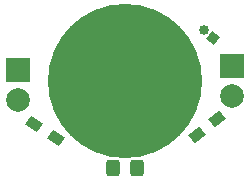
<source format=gbr>
%TF.GenerationSoftware,KiCad,Pcbnew,(6.0.6)*%
%TF.CreationDate,2022-12-21T10:33:16-07:00*%
%TF.ProjectId,Pinecil_LEDring,50696e65-6369-46c5-9f4c-454472696e67,rev?*%
%TF.SameCoordinates,Original*%
%TF.FileFunction,Soldermask,Bot*%
%TF.FilePolarity,Negative*%
%FSLAX46Y46*%
G04 Gerber Fmt 4.6, Leading zero omitted, Abs format (unit mm)*
G04 Created by KiCad (PCBNEW (6.0.6)) date 2022-12-21 10:33:16*
%MOMM*%
%LPD*%
G01*
G04 APERTURE LIST*
G04 Aperture macros list*
%AMRoundRect*
0 Rectangle with rounded corners*
0 $1 Rounding radius*
0 $2 $3 $4 $5 $6 $7 $8 $9 X,Y pos of 4 corners*
0 Add a 4 corners polygon primitive as box body*
4,1,4,$2,$3,$4,$5,$6,$7,$8,$9,$2,$3,0*
0 Add four circle primitives for the rounded corners*
1,1,$1+$1,$2,$3*
1,1,$1+$1,$4,$5*
1,1,$1+$1,$6,$7*
1,1,$1+$1,$8,$9*
0 Add four rect primitives between the rounded corners*
20,1,$1+$1,$2,$3,$4,$5,0*
20,1,$1+$1,$4,$5,$6,$7,0*
20,1,$1+$1,$6,$7,$8,$9,0*
20,1,$1+$1,$8,$9,$2,$3,0*%
%AMHorizOval*
0 Thick line with rounded ends*
0 $1 width*
0 $2 $3 position (X,Y) of the first rounded end (center of the circle)*
0 $4 $5 position (X,Y) of the second rounded end (center of the circle)*
0 Add line between two ends*
20,1,$1,$2,$3,$4,$5,0*
0 Add two circle primitives to create the rounded ends*
1,1,$1,$2,$3*
1,1,$1,$4,$5*%
%AMRotRect*
0 Rectangle, with rotation*
0 The origin of the aperture is its center*
0 $1 length*
0 $2 width*
0 $3 Rotation angle, in degrees counterclockwise*
0 Add horizontal line*
21,1,$1,$2,0,0,$3*%
G04 Aperture macros list end*
%ADD10R,2.000000X2.000000*%
%ADD11C,2.000000*%
%ADD12C,13.060000*%
%ADD13RotRect,0.850000X0.850000X230.000000*%
%ADD14HorizOval,0.850000X0.000000X0.000000X0.000000X0.000000X0*%
%ADD15RotRect,1.200000X0.900000X38.000000*%
%ADD16RoundRect,0.250000X0.325000X0.450000X-0.325000X0.450000X-0.325000X-0.450000X0.325000X-0.450000X0*%
%ADD17RotRect,1.200000X0.900000X146.000000*%
G04 APERTURE END LIST*
D10*
%TO.C,D1*%
X155058300Y-95758000D03*
D11*
X155058300Y-98298000D03*
%TD*%
D12*
%TO.C,Pinecil LED Ring*%
X145975168Y-97042345D03*
%TD*%
D10*
%TO.C,D2*%
X136897600Y-96113600D03*
D11*
X136897600Y-98653600D03*
%TD*%
D13*
%TO.C,REF\u002A\u002A*%
X153392623Y-93386994D03*
D14*
X152626579Y-92744206D03*
%TD*%
D15*
%TO.C,R1*%
X152041188Y-101642228D03*
X153774812Y-100287772D03*
%TD*%
D16*
%TO.C,D4*%
X147005000Y-104460000D03*
X144955000Y-104460000D03*
%TD*%
D17*
%TO.C,R2*%
X140103941Y-101910312D03*
X138280059Y-100680088D03*
%TD*%
M02*

</source>
